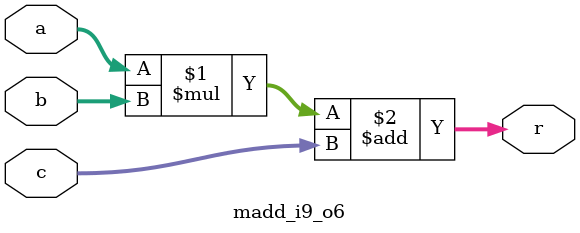
<source format=v>
module madd_i9_o6 (a, b, c, r);
input [2:0] a, b, c;
output [5:0] r;


assign r = (a * b) + c;

endmodule  

</source>
